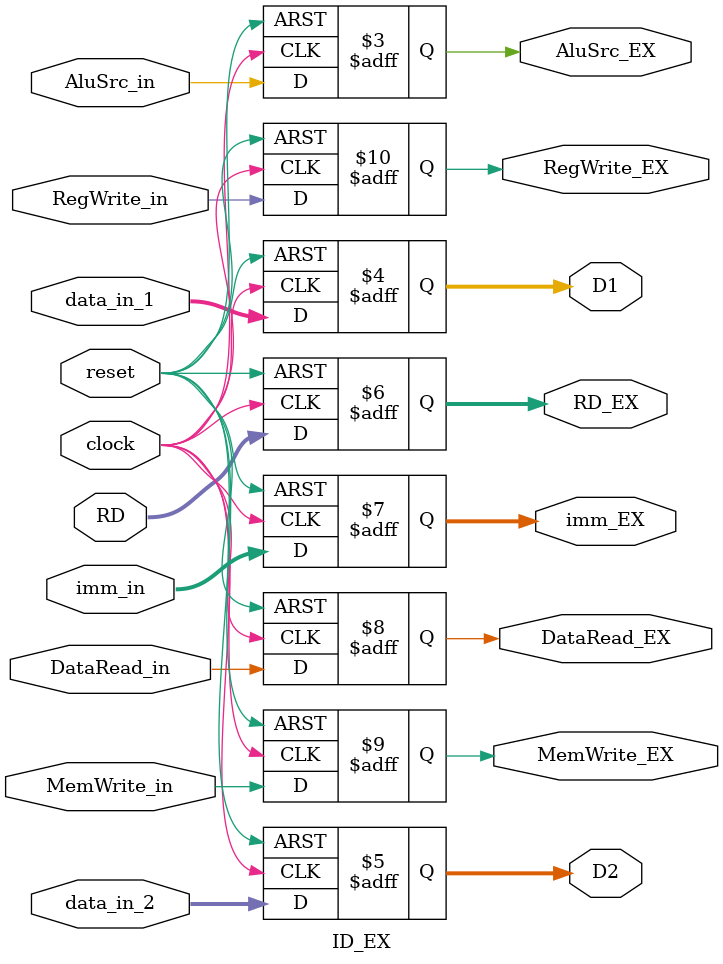
<source format=v>

module ID_EX(
	input wire clock,
	input wire reset,
	input wire [31:0] data_in_1,
	input wire [31:0] data_in_2,
	input wire [4:0] RD, 
	input wire [31:0] imm_in,
	input wire AluSrc_in,
	input wire DataRead_in,
	input wire MemWrite_in,
	input wire RegWrite_in,
	output reg AluSrc_EX,
	output reg [31:0] D1,
	output reg [31:0] D2,
	output reg [4:0] RD_EX,
	output reg [31:0] imm_EX,
	output reg DataRead_EX,
	output reg MemWrite_EX,
	output reg RegWrite_EX);
	
	// Write data on positive edge or reset
	always @(posedge clock or posedge reset) begin
		if(reset == 1'b1) begin
			D1 <= 32'd0;
			D2 <= 32'd0;
			RD_EX <= 5'd0;
			AluSrc_EX <= 1'd0;
			imm_EX <= 32'd0;
			DataRead_EX <= 1'd0;
			MemWrite_EX <= 1'd0;
			RegWrite_EX <= 1'd0;
		end else begin
			D1 <= data_in_1;
			D2 <= data_in_2;
			RD_EX <= RD;
			AluSrc_EX <= AluSrc_in;
			imm_EX <= imm_in;
			DataRead_EX <= DataRead_in;
			MemWrite_EX <= MemWrite_in;
			RegWrite_EX <= RegWrite_in;
		end
	end
	
endmodule


</source>
